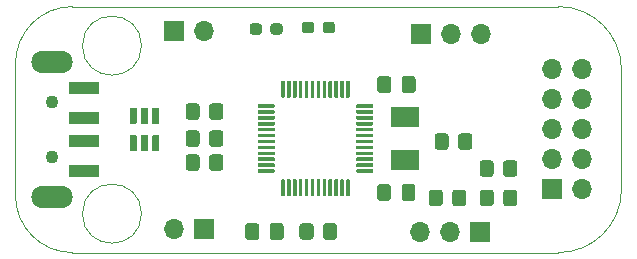
<source format=gts>
%TF.GenerationSoftware,KiCad,Pcbnew,5.1.10*%
%TF.CreationDate,2021-10-01T14:20:23+03:00*%
%TF.ProjectId,Magma_STLink,4d61676d-615f-4535-944c-696e6b2e6b69,rev?*%
%TF.SameCoordinates,Original*%
%TF.FileFunction,Soldermask,Top*%
%TF.FilePolarity,Negative*%
%FSLAX46Y46*%
G04 Gerber Fmt 4.6, Leading zero omitted, Abs format (unit mm)*
G04 Created by KiCad (PCBNEW 5.1.10) date 2021-10-01 14:20:23*
%MOMM*%
%LPD*%
G01*
G04 APERTURE LIST*
%TA.AperFunction,Profile*%
%ADD10C,0.120000*%
%TD*%
%TA.AperFunction,Profile*%
%ADD11C,0.050000*%
%TD*%
%ADD12C,1.100000*%
%ADD13O,3.500000X1.900000*%
%ADD14R,2.500000X1.100000*%
%ADD15R,2.400000X1.700000*%
%ADD16O,1.700000X1.700000*%
%ADD17R,1.700000X1.700000*%
G04 APERTURE END LIST*
D10*
X44958000Y-64526800D02*
G75*
G03*
X44958000Y-64526800I-2500000J0D01*
G01*
X44958000Y-50302800D02*
G75*
G03*
X44958000Y-50302800I-2500000J0D01*
G01*
D11*
X85598000Y-52324000D02*
X85598000Y-62484000D01*
X80264000Y-46990000D02*
G75*
G02*
X85598000Y-52324000I0J-5334000D01*
G01*
X85598000Y-62484000D02*
G75*
G02*
X80264000Y-67818000I-5334000J0D01*
G01*
X43180000Y-67818000D02*
X39116000Y-67818000D01*
X34290000Y-51816000D02*
X34290000Y-62992000D01*
X39116000Y-67818000D02*
G75*
G02*
X34290000Y-62992000I0J4826000D01*
G01*
X34290000Y-51816000D02*
G75*
G02*
X39116000Y-46990000I4826000J0D01*
G01*
X43180000Y-46990000D02*
X39116000Y-46990000D01*
X43180000Y-67818000D02*
X80264000Y-67818000D01*
X43180000Y-46990000D02*
X80264000Y-46990000D01*
D12*
%TO.C,J5*%
X37380000Y-55104000D03*
X37380000Y-59704000D03*
D13*
X37380000Y-51704000D03*
X37380000Y-63104000D03*
D14*
X40130000Y-53904000D03*
X40130000Y-60904000D03*
X40130000Y-56404000D03*
X40130000Y-58404000D03*
%TD*%
D15*
%TO.C,Y1*%
X67310000Y-56316000D03*
X67310000Y-60016000D03*
%TD*%
%TO.C,U2*%
G36*
G01*
X62590000Y-61666000D02*
X62590000Y-62991000D01*
G75*
G02*
X62515000Y-63066000I-75000J0D01*
G01*
X62365000Y-63066000D01*
G75*
G02*
X62290000Y-62991000I0J75000D01*
G01*
X62290000Y-61666000D01*
G75*
G02*
X62365000Y-61591000I75000J0D01*
G01*
X62515000Y-61591000D01*
G75*
G02*
X62590000Y-61666000I0J-75000D01*
G01*
G37*
G36*
G01*
X62090000Y-61666000D02*
X62090000Y-62991000D01*
G75*
G02*
X62015000Y-63066000I-75000J0D01*
G01*
X61865000Y-63066000D01*
G75*
G02*
X61790000Y-62991000I0J75000D01*
G01*
X61790000Y-61666000D01*
G75*
G02*
X61865000Y-61591000I75000J0D01*
G01*
X62015000Y-61591000D01*
G75*
G02*
X62090000Y-61666000I0J-75000D01*
G01*
G37*
G36*
G01*
X61590000Y-61666000D02*
X61590000Y-62991000D01*
G75*
G02*
X61515000Y-63066000I-75000J0D01*
G01*
X61365000Y-63066000D01*
G75*
G02*
X61290000Y-62991000I0J75000D01*
G01*
X61290000Y-61666000D01*
G75*
G02*
X61365000Y-61591000I75000J0D01*
G01*
X61515000Y-61591000D01*
G75*
G02*
X61590000Y-61666000I0J-75000D01*
G01*
G37*
G36*
G01*
X61090000Y-61666000D02*
X61090000Y-62991000D01*
G75*
G02*
X61015000Y-63066000I-75000J0D01*
G01*
X60865000Y-63066000D01*
G75*
G02*
X60790000Y-62991000I0J75000D01*
G01*
X60790000Y-61666000D01*
G75*
G02*
X60865000Y-61591000I75000J0D01*
G01*
X61015000Y-61591000D01*
G75*
G02*
X61090000Y-61666000I0J-75000D01*
G01*
G37*
G36*
G01*
X60590000Y-61666000D02*
X60590000Y-62991000D01*
G75*
G02*
X60515000Y-63066000I-75000J0D01*
G01*
X60365000Y-63066000D01*
G75*
G02*
X60290000Y-62991000I0J75000D01*
G01*
X60290000Y-61666000D01*
G75*
G02*
X60365000Y-61591000I75000J0D01*
G01*
X60515000Y-61591000D01*
G75*
G02*
X60590000Y-61666000I0J-75000D01*
G01*
G37*
G36*
G01*
X60090000Y-61666000D02*
X60090000Y-62991000D01*
G75*
G02*
X60015000Y-63066000I-75000J0D01*
G01*
X59865000Y-63066000D01*
G75*
G02*
X59790000Y-62991000I0J75000D01*
G01*
X59790000Y-61666000D01*
G75*
G02*
X59865000Y-61591000I75000J0D01*
G01*
X60015000Y-61591000D01*
G75*
G02*
X60090000Y-61666000I0J-75000D01*
G01*
G37*
G36*
G01*
X59590000Y-61666000D02*
X59590000Y-62991000D01*
G75*
G02*
X59515000Y-63066000I-75000J0D01*
G01*
X59365000Y-63066000D01*
G75*
G02*
X59290000Y-62991000I0J75000D01*
G01*
X59290000Y-61666000D01*
G75*
G02*
X59365000Y-61591000I75000J0D01*
G01*
X59515000Y-61591000D01*
G75*
G02*
X59590000Y-61666000I0J-75000D01*
G01*
G37*
G36*
G01*
X59090000Y-61666000D02*
X59090000Y-62991000D01*
G75*
G02*
X59015000Y-63066000I-75000J0D01*
G01*
X58865000Y-63066000D01*
G75*
G02*
X58790000Y-62991000I0J75000D01*
G01*
X58790000Y-61666000D01*
G75*
G02*
X58865000Y-61591000I75000J0D01*
G01*
X59015000Y-61591000D01*
G75*
G02*
X59090000Y-61666000I0J-75000D01*
G01*
G37*
G36*
G01*
X58590000Y-61666000D02*
X58590000Y-62991000D01*
G75*
G02*
X58515000Y-63066000I-75000J0D01*
G01*
X58365000Y-63066000D01*
G75*
G02*
X58290000Y-62991000I0J75000D01*
G01*
X58290000Y-61666000D01*
G75*
G02*
X58365000Y-61591000I75000J0D01*
G01*
X58515000Y-61591000D01*
G75*
G02*
X58590000Y-61666000I0J-75000D01*
G01*
G37*
G36*
G01*
X58090000Y-61666000D02*
X58090000Y-62991000D01*
G75*
G02*
X58015000Y-63066000I-75000J0D01*
G01*
X57865000Y-63066000D01*
G75*
G02*
X57790000Y-62991000I0J75000D01*
G01*
X57790000Y-61666000D01*
G75*
G02*
X57865000Y-61591000I75000J0D01*
G01*
X58015000Y-61591000D01*
G75*
G02*
X58090000Y-61666000I0J-75000D01*
G01*
G37*
G36*
G01*
X57590000Y-61666000D02*
X57590000Y-62991000D01*
G75*
G02*
X57515000Y-63066000I-75000J0D01*
G01*
X57365000Y-63066000D01*
G75*
G02*
X57290000Y-62991000I0J75000D01*
G01*
X57290000Y-61666000D01*
G75*
G02*
X57365000Y-61591000I75000J0D01*
G01*
X57515000Y-61591000D01*
G75*
G02*
X57590000Y-61666000I0J-75000D01*
G01*
G37*
G36*
G01*
X57090000Y-61666000D02*
X57090000Y-62991000D01*
G75*
G02*
X57015000Y-63066000I-75000J0D01*
G01*
X56865000Y-63066000D01*
G75*
G02*
X56790000Y-62991000I0J75000D01*
G01*
X56790000Y-61666000D01*
G75*
G02*
X56865000Y-61591000I75000J0D01*
G01*
X57015000Y-61591000D01*
G75*
G02*
X57090000Y-61666000I0J-75000D01*
G01*
G37*
G36*
G01*
X56265000Y-60841000D02*
X56265000Y-60991000D01*
G75*
G02*
X56190000Y-61066000I-75000J0D01*
G01*
X54865000Y-61066000D01*
G75*
G02*
X54790000Y-60991000I0J75000D01*
G01*
X54790000Y-60841000D01*
G75*
G02*
X54865000Y-60766000I75000J0D01*
G01*
X56190000Y-60766000D01*
G75*
G02*
X56265000Y-60841000I0J-75000D01*
G01*
G37*
G36*
G01*
X56265000Y-60341000D02*
X56265000Y-60491000D01*
G75*
G02*
X56190000Y-60566000I-75000J0D01*
G01*
X54865000Y-60566000D01*
G75*
G02*
X54790000Y-60491000I0J75000D01*
G01*
X54790000Y-60341000D01*
G75*
G02*
X54865000Y-60266000I75000J0D01*
G01*
X56190000Y-60266000D01*
G75*
G02*
X56265000Y-60341000I0J-75000D01*
G01*
G37*
G36*
G01*
X56265000Y-59841000D02*
X56265000Y-59991000D01*
G75*
G02*
X56190000Y-60066000I-75000J0D01*
G01*
X54865000Y-60066000D01*
G75*
G02*
X54790000Y-59991000I0J75000D01*
G01*
X54790000Y-59841000D01*
G75*
G02*
X54865000Y-59766000I75000J0D01*
G01*
X56190000Y-59766000D01*
G75*
G02*
X56265000Y-59841000I0J-75000D01*
G01*
G37*
G36*
G01*
X56265000Y-59341000D02*
X56265000Y-59491000D01*
G75*
G02*
X56190000Y-59566000I-75000J0D01*
G01*
X54865000Y-59566000D01*
G75*
G02*
X54790000Y-59491000I0J75000D01*
G01*
X54790000Y-59341000D01*
G75*
G02*
X54865000Y-59266000I75000J0D01*
G01*
X56190000Y-59266000D01*
G75*
G02*
X56265000Y-59341000I0J-75000D01*
G01*
G37*
G36*
G01*
X56265000Y-58841000D02*
X56265000Y-58991000D01*
G75*
G02*
X56190000Y-59066000I-75000J0D01*
G01*
X54865000Y-59066000D01*
G75*
G02*
X54790000Y-58991000I0J75000D01*
G01*
X54790000Y-58841000D01*
G75*
G02*
X54865000Y-58766000I75000J0D01*
G01*
X56190000Y-58766000D01*
G75*
G02*
X56265000Y-58841000I0J-75000D01*
G01*
G37*
G36*
G01*
X56265000Y-58341000D02*
X56265000Y-58491000D01*
G75*
G02*
X56190000Y-58566000I-75000J0D01*
G01*
X54865000Y-58566000D01*
G75*
G02*
X54790000Y-58491000I0J75000D01*
G01*
X54790000Y-58341000D01*
G75*
G02*
X54865000Y-58266000I75000J0D01*
G01*
X56190000Y-58266000D01*
G75*
G02*
X56265000Y-58341000I0J-75000D01*
G01*
G37*
G36*
G01*
X56265000Y-57841000D02*
X56265000Y-57991000D01*
G75*
G02*
X56190000Y-58066000I-75000J0D01*
G01*
X54865000Y-58066000D01*
G75*
G02*
X54790000Y-57991000I0J75000D01*
G01*
X54790000Y-57841000D01*
G75*
G02*
X54865000Y-57766000I75000J0D01*
G01*
X56190000Y-57766000D01*
G75*
G02*
X56265000Y-57841000I0J-75000D01*
G01*
G37*
G36*
G01*
X56265000Y-57341000D02*
X56265000Y-57491000D01*
G75*
G02*
X56190000Y-57566000I-75000J0D01*
G01*
X54865000Y-57566000D01*
G75*
G02*
X54790000Y-57491000I0J75000D01*
G01*
X54790000Y-57341000D01*
G75*
G02*
X54865000Y-57266000I75000J0D01*
G01*
X56190000Y-57266000D01*
G75*
G02*
X56265000Y-57341000I0J-75000D01*
G01*
G37*
G36*
G01*
X56265000Y-56841000D02*
X56265000Y-56991000D01*
G75*
G02*
X56190000Y-57066000I-75000J0D01*
G01*
X54865000Y-57066000D01*
G75*
G02*
X54790000Y-56991000I0J75000D01*
G01*
X54790000Y-56841000D01*
G75*
G02*
X54865000Y-56766000I75000J0D01*
G01*
X56190000Y-56766000D01*
G75*
G02*
X56265000Y-56841000I0J-75000D01*
G01*
G37*
G36*
G01*
X56265000Y-56341000D02*
X56265000Y-56491000D01*
G75*
G02*
X56190000Y-56566000I-75000J0D01*
G01*
X54865000Y-56566000D01*
G75*
G02*
X54790000Y-56491000I0J75000D01*
G01*
X54790000Y-56341000D01*
G75*
G02*
X54865000Y-56266000I75000J0D01*
G01*
X56190000Y-56266000D01*
G75*
G02*
X56265000Y-56341000I0J-75000D01*
G01*
G37*
G36*
G01*
X56265000Y-55841000D02*
X56265000Y-55991000D01*
G75*
G02*
X56190000Y-56066000I-75000J0D01*
G01*
X54865000Y-56066000D01*
G75*
G02*
X54790000Y-55991000I0J75000D01*
G01*
X54790000Y-55841000D01*
G75*
G02*
X54865000Y-55766000I75000J0D01*
G01*
X56190000Y-55766000D01*
G75*
G02*
X56265000Y-55841000I0J-75000D01*
G01*
G37*
G36*
G01*
X56265000Y-55341000D02*
X56265000Y-55491000D01*
G75*
G02*
X56190000Y-55566000I-75000J0D01*
G01*
X54865000Y-55566000D01*
G75*
G02*
X54790000Y-55491000I0J75000D01*
G01*
X54790000Y-55341000D01*
G75*
G02*
X54865000Y-55266000I75000J0D01*
G01*
X56190000Y-55266000D01*
G75*
G02*
X56265000Y-55341000I0J-75000D01*
G01*
G37*
G36*
G01*
X57090000Y-53341000D02*
X57090000Y-54666000D01*
G75*
G02*
X57015000Y-54741000I-75000J0D01*
G01*
X56865000Y-54741000D01*
G75*
G02*
X56790000Y-54666000I0J75000D01*
G01*
X56790000Y-53341000D01*
G75*
G02*
X56865000Y-53266000I75000J0D01*
G01*
X57015000Y-53266000D01*
G75*
G02*
X57090000Y-53341000I0J-75000D01*
G01*
G37*
G36*
G01*
X57590000Y-53341000D02*
X57590000Y-54666000D01*
G75*
G02*
X57515000Y-54741000I-75000J0D01*
G01*
X57365000Y-54741000D01*
G75*
G02*
X57290000Y-54666000I0J75000D01*
G01*
X57290000Y-53341000D01*
G75*
G02*
X57365000Y-53266000I75000J0D01*
G01*
X57515000Y-53266000D01*
G75*
G02*
X57590000Y-53341000I0J-75000D01*
G01*
G37*
G36*
G01*
X58090000Y-53341000D02*
X58090000Y-54666000D01*
G75*
G02*
X58015000Y-54741000I-75000J0D01*
G01*
X57865000Y-54741000D01*
G75*
G02*
X57790000Y-54666000I0J75000D01*
G01*
X57790000Y-53341000D01*
G75*
G02*
X57865000Y-53266000I75000J0D01*
G01*
X58015000Y-53266000D01*
G75*
G02*
X58090000Y-53341000I0J-75000D01*
G01*
G37*
G36*
G01*
X58590000Y-53341000D02*
X58590000Y-54666000D01*
G75*
G02*
X58515000Y-54741000I-75000J0D01*
G01*
X58365000Y-54741000D01*
G75*
G02*
X58290000Y-54666000I0J75000D01*
G01*
X58290000Y-53341000D01*
G75*
G02*
X58365000Y-53266000I75000J0D01*
G01*
X58515000Y-53266000D01*
G75*
G02*
X58590000Y-53341000I0J-75000D01*
G01*
G37*
G36*
G01*
X59090000Y-53341000D02*
X59090000Y-54666000D01*
G75*
G02*
X59015000Y-54741000I-75000J0D01*
G01*
X58865000Y-54741000D01*
G75*
G02*
X58790000Y-54666000I0J75000D01*
G01*
X58790000Y-53341000D01*
G75*
G02*
X58865000Y-53266000I75000J0D01*
G01*
X59015000Y-53266000D01*
G75*
G02*
X59090000Y-53341000I0J-75000D01*
G01*
G37*
G36*
G01*
X59590000Y-53341000D02*
X59590000Y-54666000D01*
G75*
G02*
X59515000Y-54741000I-75000J0D01*
G01*
X59365000Y-54741000D01*
G75*
G02*
X59290000Y-54666000I0J75000D01*
G01*
X59290000Y-53341000D01*
G75*
G02*
X59365000Y-53266000I75000J0D01*
G01*
X59515000Y-53266000D01*
G75*
G02*
X59590000Y-53341000I0J-75000D01*
G01*
G37*
G36*
G01*
X60090000Y-53341000D02*
X60090000Y-54666000D01*
G75*
G02*
X60015000Y-54741000I-75000J0D01*
G01*
X59865000Y-54741000D01*
G75*
G02*
X59790000Y-54666000I0J75000D01*
G01*
X59790000Y-53341000D01*
G75*
G02*
X59865000Y-53266000I75000J0D01*
G01*
X60015000Y-53266000D01*
G75*
G02*
X60090000Y-53341000I0J-75000D01*
G01*
G37*
G36*
G01*
X60590000Y-53341000D02*
X60590000Y-54666000D01*
G75*
G02*
X60515000Y-54741000I-75000J0D01*
G01*
X60365000Y-54741000D01*
G75*
G02*
X60290000Y-54666000I0J75000D01*
G01*
X60290000Y-53341000D01*
G75*
G02*
X60365000Y-53266000I75000J0D01*
G01*
X60515000Y-53266000D01*
G75*
G02*
X60590000Y-53341000I0J-75000D01*
G01*
G37*
G36*
G01*
X61090000Y-53341000D02*
X61090000Y-54666000D01*
G75*
G02*
X61015000Y-54741000I-75000J0D01*
G01*
X60865000Y-54741000D01*
G75*
G02*
X60790000Y-54666000I0J75000D01*
G01*
X60790000Y-53341000D01*
G75*
G02*
X60865000Y-53266000I75000J0D01*
G01*
X61015000Y-53266000D01*
G75*
G02*
X61090000Y-53341000I0J-75000D01*
G01*
G37*
G36*
G01*
X61590000Y-53341000D02*
X61590000Y-54666000D01*
G75*
G02*
X61515000Y-54741000I-75000J0D01*
G01*
X61365000Y-54741000D01*
G75*
G02*
X61290000Y-54666000I0J75000D01*
G01*
X61290000Y-53341000D01*
G75*
G02*
X61365000Y-53266000I75000J0D01*
G01*
X61515000Y-53266000D01*
G75*
G02*
X61590000Y-53341000I0J-75000D01*
G01*
G37*
G36*
G01*
X62090000Y-53341000D02*
X62090000Y-54666000D01*
G75*
G02*
X62015000Y-54741000I-75000J0D01*
G01*
X61865000Y-54741000D01*
G75*
G02*
X61790000Y-54666000I0J75000D01*
G01*
X61790000Y-53341000D01*
G75*
G02*
X61865000Y-53266000I75000J0D01*
G01*
X62015000Y-53266000D01*
G75*
G02*
X62090000Y-53341000I0J-75000D01*
G01*
G37*
G36*
G01*
X62590000Y-53341000D02*
X62590000Y-54666000D01*
G75*
G02*
X62515000Y-54741000I-75000J0D01*
G01*
X62365000Y-54741000D01*
G75*
G02*
X62290000Y-54666000I0J75000D01*
G01*
X62290000Y-53341000D01*
G75*
G02*
X62365000Y-53266000I75000J0D01*
G01*
X62515000Y-53266000D01*
G75*
G02*
X62590000Y-53341000I0J-75000D01*
G01*
G37*
G36*
G01*
X64590000Y-55341000D02*
X64590000Y-55491000D01*
G75*
G02*
X64515000Y-55566000I-75000J0D01*
G01*
X63190000Y-55566000D01*
G75*
G02*
X63115000Y-55491000I0J75000D01*
G01*
X63115000Y-55341000D01*
G75*
G02*
X63190000Y-55266000I75000J0D01*
G01*
X64515000Y-55266000D01*
G75*
G02*
X64590000Y-55341000I0J-75000D01*
G01*
G37*
G36*
G01*
X64590000Y-55841000D02*
X64590000Y-55991000D01*
G75*
G02*
X64515000Y-56066000I-75000J0D01*
G01*
X63190000Y-56066000D01*
G75*
G02*
X63115000Y-55991000I0J75000D01*
G01*
X63115000Y-55841000D01*
G75*
G02*
X63190000Y-55766000I75000J0D01*
G01*
X64515000Y-55766000D01*
G75*
G02*
X64590000Y-55841000I0J-75000D01*
G01*
G37*
G36*
G01*
X64590000Y-56341000D02*
X64590000Y-56491000D01*
G75*
G02*
X64515000Y-56566000I-75000J0D01*
G01*
X63190000Y-56566000D01*
G75*
G02*
X63115000Y-56491000I0J75000D01*
G01*
X63115000Y-56341000D01*
G75*
G02*
X63190000Y-56266000I75000J0D01*
G01*
X64515000Y-56266000D01*
G75*
G02*
X64590000Y-56341000I0J-75000D01*
G01*
G37*
G36*
G01*
X64590000Y-56841000D02*
X64590000Y-56991000D01*
G75*
G02*
X64515000Y-57066000I-75000J0D01*
G01*
X63190000Y-57066000D01*
G75*
G02*
X63115000Y-56991000I0J75000D01*
G01*
X63115000Y-56841000D01*
G75*
G02*
X63190000Y-56766000I75000J0D01*
G01*
X64515000Y-56766000D01*
G75*
G02*
X64590000Y-56841000I0J-75000D01*
G01*
G37*
G36*
G01*
X64590000Y-57341000D02*
X64590000Y-57491000D01*
G75*
G02*
X64515000Y-57566000I-75000J0D01*
G01*
X63190000Y-57566000D01*
G75*
G02*
X63115000Y-57491000I0J75000D01*
G01*
X63115000Y-57341000D01*
G75*
G02*
X63190000Y-57266000I75000J0D01*
G01*
X64515000Y-57266000D01*
G75*
G02*
X64590000Y-57341000I0J-75000D01*
G01*
G37*
G36*
G01*
X64590000Y-57841000D02*
X64590000Y-57991000D01*
G75*
G02*
X64515000Y-58066000I-75000J0D01*
G01*
X63190000Y-58066000D01*
G75*
G02*
X63115000Y-57991000I0J75000D01*
G01*
X63115000Y-57841000D01*
G75*
G02*
X63190000Y-57766000I75000J0D01*
G01*
X64515000Y-57766000D01*
G75*
G02*
X64590000Y-57841000I0J-75000D01*
G01*
G37*
G36*
G01*
X64590000Y-58341000D02*
X64590000Y-58491000D01*
G75*
G02*
X64515000Y-58566000I-75000J0D01*
G01*
X63190000Y-58566000D01*
G75*
G02*
X63115000Y-58491000I0J75000D01*
G01*
X63115000Y-58341000D01*
G75*
G02*
X63190000Y-58266000I75000J0D01*
G01*
X64515000Y-58266000D01*
G75*
G02*
X64590000Y-58341000I0J-75000D01*
G01*
G37*
G36*
G01*
X64590000Y-58841000D02*
X64590000Y-58991000D01*
G75*
G02*
X64515000Y-59066000I-75000J0D01*
G01*
X63190000Y-59066000D01*
G75*
G02*
X63115000Y-58991000I0J75000D01*
G01*
X63115000Y-58841000D01*
G75*
G02*
X63190000Y-58766000I75000J0D01*
G01*
X64515000Y-58766000D01*
G75*
G02*
X64590000Y-58841000I0J-75000D01*
G01*
G37*
G36*
G01*
X64590000Y-59341000D02*
X64590000Y-59491000D01*
G75*
G02*
X64515000Y-59566000I-75000J0D01*
G01*
X63190000Y-59566000D01*
G75*
G02*
X63115000Y-59491000I0J75000D01*
G01*
X63115000Y-59341000D01*
G75*
G02*
X63190000Y-59266000I75000J0D01*
G01*
X64515000Y-59266000D01*
G75*
G02*
X64590000Y-59341000I0J-75000D01*
G01*
G37*
G36*
G01*
X64590000Y-59841000D02*
X64590000Y-59991000D01*
G75*
G02*
X64515000Y-60066000I-75000J0D01*
G01*
X63190000Y-60066000D01*
G75*
G02*
X63115000Y-59991000I0J75000D01*
G01*
X63115000Y-59841000D01*
G75*
G02*
X63190000Y-59766000I75000J0D01*
G01*
X64515000Y-59766000D01*
G75*
G02*
X64590000Y-59841000I0J-75000D01*
G01*
G37*
G36*
G01*
X64590000Y-60341000D02*
X64590000Y-60491000D01*
G75*
G02*
X64515000Y-60566000I-75000J0D01*
G01*
X63190000Y-60566000D01*
G75*
G02*
X63115000Y-60491000I0J75000D01*
G01*
X63115000Y-60341000D01*
G75*
G02*
X63190000Y-60266000I75000J0D01*
G01*
X64515000Y-60266000D01*
G75*
G02*
X64590000Y-60341000I0J-75000D01*
G01*
G37*
G36*
G01*
X64590000Y-60841000D02*
X64590000Y-60991000D01*
G75*
G02*
X64515000Y-61066000I-75000J0D01*
G01*
X63190000Y-61066000D01*
G75*
G02*
X63115000Y-60991000I0J75000D01*
G01*
X63115000Y-60841000D01*
G75*
G02*
X63190000Y-60766000I75000J0D01*
G01*
X64515000Y-60766000D01*
G75*
G02*
X64590000Y-60841000I0J-75000D01*
G01*
G37*
%TD*%
D16*
%TO.C,STLINK_CONN1*%
X82296000Y-52294000D03*
X79756000Y-52294000D03*
X82296000Y-54834000D03*
X79756000Y-54834000D03*
X82296000Y-57374000D03*
X79756000Y-57374000D03*
X82296000Y-59914000D03*
X79756000Y-59914000D03*
X82296000Y-62454000D03*
D17*
X79756000Y-62454000D03*
%TD*%
%TO.C,R13*%
G36*
G01*
X49892000Y-55429999D02*
X49892000Y-56330001D01*
G75*
G02*
X49642001Y-56580000I-249999J0D01*
G01*
X48941999Y-56580000D01*
G75*
G02*
X48692000Y-56330001I0J249999D01*
G01*
X48692000Y-55429999D01*
G75*
G02*
X48941999Y-55180000I249999J0D01*
G01*
X49642001Y-55180000D01*
G75*
G02*
X49892000Y-55429999I0J-249999D01*
G01*
G37*
G36*
G01*
X51892000Y-55429999D02*
X51892000Y-56330001D01*
G75*
G02*
X51642001Y-56580000I-249999J0D01*
G01*
X50941999Y-56580000D01*
G75*
G02*
X50692000Y-56330001I0J249999D01*
G01*
X50692000Y-55429999D01*
G75*
G02*
X50941999Y-55180000I249999J0D01*
G01*
X51642001Y-55180000D01*
G75*
G02*
X51892000Y-55429999I0J-249999D01*
G01*
G37*
%TD*%
%TO.C,R10*%
G36*
G01*
X49892000Y-59747999D02*
X49892000Y-60648001D01*
G75*
G02*
X49642001Y-60898000I-249999J0D01*
G01*
X48941999Y-60898000D01*
G75*
G02*
X48692000Y-60648001I0J249999D01*
G01*
X48692000Y-59747999D01*
G75*
G02*
X48941999Y-59498000I249999J0D01*
G01*
X49642001Y-59498000D01*
G75*
G02*
X49892000Y-59747999I0J-249999D01*
G01*
G37*
G36*
G01*
X51892000Y-59747999D02*
X51892000Y-60648001D01*
G75*
G02*
X51642001Y-60898000I-249999J0D01*
G01*
X50941999Y-60898000D01*
G75*
G02*
X50692000Y-60648001I0J249999D01*
G01*
X50692000Y-59747999D01*
G75*
G02*
X50941999Y-59498000I249999J0D01*
G01*
X51642001Y-59498000D01*
G75*
G02*
X51892000Y-59747999I0J-249999D01*
G01*
G37*
%TD*%
%TO.C,R9*%
G36*
G01*
X49892000Y-57715999D02*
X49892000Y-58616001D01*
G75*
G02*
X49642001Y-58866000I-249999J0D01*
G01*
X48941999Y-58866000D01*
G75*
G02*
X48692000Y-58616001I0J249999D01*
G01*
X48692000Y-57715999D01*
G75*
G02*
X48941999Y-57466000I249999J0D01*
G01*
X49642001Y-57466000D01*
G75*
G02*
X49892000Y-57715999I0J-249999D01*
G01*
G37*
G36*
G01*
X51892000Y-57715999D02*
X51892000Y-58616001D01*
G75*
G02*
X51642001Y-58866000I-249999J0D01*
G01*
X50941999Y-58866000D01*
G75*
G02*
X50692000Y-58616001I0J249999D01*
G01*
X50692000Y-57715999D01*
G75*
G02*
X50941999Y-57466000I249999J0D01*
G01*
X51642001Y-57466000D01*
G75*
G02*
X51892000Y-57715999I0J-249999D01*
G01*
G37*
%TD*%
%TO.C,R8*%
G36*
G01*
X75584000Y-63645201D02*
X75584000Y-62745199D01*
G75*
G02*
X75833999Y-62495200I249999J0D01*
G01*
X76534001Y-62495200D01*
G75*
G02*
X76784000Y-62745199I0J-249999D01*
G01*
X76784000Y-63645201D01*
G75*
G02*
X76534001Y-63895200I-249999J0D01*
G01*
X75833999Y-63895200D01*
G75*
G02*
X75584000Y-63645201I0J249999D01*
G01*
G37*
G36*
G01*
X73584000Y-63645201D02*
X73584000Y-62745199D01*
G75*
G02*
X73833999Y-62495200I249999J0D01*
G01*
X74534001Y-62495200D01*
G75*
G02*
X74784000Y-62745199I0J-249999D01*
G01*
X74784000Y-63645201D01*
G75*
G02*
X74534001Y-63895200I-249999J0D01*
G01*
X73833999Y-63895200D01*
G75*
G02*
X73584000Y-63645201I0J249999D01*
G01*
G37*
%TD*%
%TO.C,R7*%
G36*
G01*
X75584000Y-61156001D02*
X75584000Y-60255999D01*
G75*
G02*
X75833999Y-60006000I249999J0D01*
G01*
X76534001Y-60006000D01*
G75*
G02*
X76784000Y-60255999I0J-249999D01*
G01*
X76784000Y-61156001D01*
G75*
G02*
X76534001Y-61406000I-249999J0D01*
G01*
X75833999Y-61406000D01*
G75*
G02*
X75584000Y-61156001I0J249999D01*
G01*
G37*
G36*
G01*
X73584000Y-61156001D02*
X73584000Y-60255999D01*
G75*
G02*
X73833999Y-60006000I249999J0D01*
G01*
X74534001Y-60006000D01*
G75*
G02*
X74784000Y-60255999I0J-249999D01*
G01*
X74784000Y-61156001D01*
G75*
G02*
X74534001Y-61406000I-249999J0D01*
G01*
X73833999Y-61406000D01*
G75*
G02*
X73584000Y-61156001I0J249999D01*
G01*
G37*
%TD*%
%TO.C,R4*%
G36*
G01*
X71774000Y-58870001D02*
X71774000Y-57969999D01*
G75*
G02*
X72023999Y-57720000I249999J0D01*
G01*
X72724001Y-57720000D01*
G75*
G02*
X72974000Y-57969999I0J-249999D01*
G01*
X72974000Y-58870001D01*
G75*
G02*
X72724001Y-59120000I-249999J0D01*
G01*
X72023999Y-59120000D01*
G75*
G02*
X71774000Y-58870001I0J249999D01*
G01*
G37*
G36*
G01*
X69774000Y-58870001D02*
X69774000Y-57969999D01*
G75*
G02*
X70023999Y-57720000I249999J0D01*
G01*
X70724001Y-57720000D01*
G75*
G02*
X70974000Y-57969999I0J-249999D01*
G01*
X70974000Y-58870001D01*
G75*
G02*
X70724001Y-59120000I-249999J0D01*
G01*
X70023999Y-59120000D01*
G75*
G02*
X69774000Y-58870001I0J249999D01*
G01*
G37*
%TD*%
%TO.C,R3*%
G36*
G01*
X59528000Y-65589999D02*
X59528000Y-66490001D01*
G75*
G02*
X59278001Y-66740000I-249999J0D01*
G01*
X58577999Y-66740000D01*
G75*
G02*
X58328000Y-66490001I0J249999D01*
G01*
X58328000Y-65589999D01*
G75*
G02*
X58577999Y-65340000I249999J0D01*
G01*
X59278001Y-65340000D01*
G75*
G02*
X59528000Y-65589999I0J-249999D01*
G01*
G37*
G36*
G01*
X61528000Y-65589999D02*
X61528000Y-66490001D01*
G75*
G02*
X61278001Y-66740000I-249999J0D01*
G01*
X60577999Y-66740000D01*
G75*
G02*
X60328000Y-66490001I0J249999D01*
G01*
X60328000Y-65589999D01*
G75*
G02*
X60577999Y-65340000I249999J0D01*
G01*
X61278001Y-65340000D01*
G75*
G02*
X61528000Y-65589999I0J-249999D01*
G01*
G37*
%TD*%
%TO.C,R1*%
G36*
G01*
X70466000Y-62745199D02*
X70466000Y-63645201D01*
G75*
G02*
X70216001Y-63895200I-249999J0D01*
G01*
X69515999Y-63895200D01*
G75*
G02*
X69266000Y-63645201I0J249999D01*
G01*
X69266000Y-62745199D01*
G75*
G02*
X69515999Y-62495200I249999J0D01*
G01*
X70216001Y-62495200D01*
G75*
G02*
X70466000Y-62745199I0J-249999D01*
G01*
G37*
G36*
G01*
X72466000Y-62745199D02*
X72466000Y-63645201D01*
G75*
G02*
X72216001Y-63895200I-249999J0D01*
G01*
X71515999Y-63895200D01*
G75*
G02*
X71266000Y-63645201I0J249999D01*
G01*
X71266000Y-62745199D01*
G75*
G02*
X71515999Y-62495200I249999J0D01*
G01*
X72216001Y-62495200D01*
G75*
G02*
X72466000Y-62745199I0J-249999D01*
G01*
G37*
%TD*%
D16*
%TO.C,J4*%
X47752000Y-65786000D03*
D17*
X50292000Y-65786000D03*
%TD*%
D16*
%TO.C,J3*%
X50282000Y-49022000D03*
D17*
X47742000Y-49022000D03*
%TD*%
D16*
%TO.C,J2*%
X73690000Y-49276000D03*
X71150000Y-49276000D03*
D17*
X68610000Y-49276000D03*
%TD*%
D16*
%TO.C,J1*%
X68580000Y-66040000D03*
X71120000Y-66040000D03*
D17*
X73660000Y-66040000D03*
%TD*%
%TO.C,D7*%
G36*
G01*
X45904000Y-57899000D02*
X46420000Y-57899000D01*
G75*
G02*
X46462000Y-57941000I0J-42000D01*
G01*
X46462000Y-59217000D01*
G75*
G02*
X46420000Y-59259000I-42000J0D01*
G01*
X45904000Y-59259000D01*
G75*
G02*
X45862000Y-59217000I0J42000D01*
G01*
X45862000Y-57941000D01*
G75*
G02*
X45904000Y-57899000I42000J0D01*
G01*
G37*
G36*
G01*
X44954000Y-57899000D02*
X45470000Y-57899000D01*
G75*
G02*
X45512000Y-57941000I0J-42000D01*
G01*
X45512000Y-59217000D01*
G75*
G02*
X45470000Y-59259000I-42000J0D01*
G01*
X44954000Y-59259000D01*
G75*
G02*
X44912000Y-59217000I0J42000D01*
G01*
X44912000Y-57941000D01*
G75*
G02*
X44954000Y-57899000I42000J0D01*
G01*
G37*
G36*
G01*
X44004000Y-57899000D02*
X44520000Y-57899000D01*
G75*
G02*
X44562000Y-57941000I0J-42000D01*
G01*
X44562000Y-59217000D01*
G75*
G02*
X44520000Y-59259000I-42000J0D01*
G01*
X44004000Y-59259000D01*
G75*
G02*
X43962000Y-59217000I0J42000D01*
G01*
X43962000Y-57941000D01*
G75*
G02*
X44004000Y-57899000I42000J0D01*
G01*
G37*
G36*
G01*
X44004000Y-55549000D02*
X44520000Y-55549000D01*
G75*
G02*
X44562000Y-55591000I0J-42000D01*
G01*
X44562000Y-56867000D01*
G75*
G02*
X44520000Y-56909000I-42000J0D01*
G01*
X44004000Y-56909000D01*
G75*
G02*
X43962000Y-56867000I0J42000D01*
G01*
X43962000Y-55591000D01*
G75*
G02*
X44004000Y-55549000I42000J0D01*
G01*
G37*
G36*
G01*
X44954000Y-55549000D02*
X45470000Y-55549000D01*
G75*
G02*
X45512000Y-55591000I0J-42000D01*
G01*
X45512000Y-56867000D01*
G75*
G02*
X45470000Y-56909000I-42000J0D01*
G01*
X44954000Y-56909000D01*
G75*
G02*
X44912000Y-56867000I0J42000D01*
G01*
X44912000Y-55591000D01*
G75*
G02*
X44954000Y-55549000I42000J0D01*
G01*
G37*
G36*
G01*
X45904000Y-55549000D02*
X46420000Y-55549000D01*
G75*
G02*
X46462000Y-55591000I0J-42000D01*
G01*
X46462000Y-56867000D01*
G75*
G02*
X46420000Y-56909000I-42000J0D01*
G01*
X45904000Y-56909000D01*
G75*
G02*
X45862000Y-56867000I0J42000D01*
G01*
X45862000Y-55591000D01*
G75*
G02*
X45904000Y-55549000I42000J0D01*
G01*
G37*
%TD*%
%TO.C,D6*%
G36*
G01*
X59594000Y-48530500D02*
X59594000Y-49005500D01*
G75*
G02*
X59356500Y-49243000I-237500J0D01*
G01*
X58781500Y-49243000D01*
G75*
G02*
X58544000Y-49005500I0J237500D01*
G01*
X58544000Y-48530500D01*
G75*
G02*
X58781500Y-48293000I237500J0D01*
G01*
X59356500Y-48293000D01*
G75*
G02*
X59594000Y-48530500I0J-237500D01*
G01*
G37*
G36*
G01*
X61344000Y-48530500D02*
X61344000Y-49005500D01*
G75*
G02*
X61106500Y-49243000I-237500J0D01*
G01*
X60531500Y-49243000D01*
G75*
G02*
X60294000Y-49005500I0J237500D01*
G01*
X60294000Y-48530500D01*
G75*
G02*
X60531500Y-48293000I237500J0D01*
G01*
X61106500Y-48293000D01*
G75*
G02*
X61344000Y-48530500I0J-237500D01*
G01*
G37*
%TD*%
%TO.C,D5*%
G36*
G01*
X55863000Y-49132500D02*
X55863000Y-48657500D01*
G75*
G02*
X56100500Y-48420000I237500J0D01*
G01*
X56675500Y-48420000D01*
G75*
G02*
X56913000Y-48657500I0J-237500D01*
G01*
X56913000Y-49132500D01*
G75*
G02*
X56675500Y-49370000I-237500J0D01*
G01*
X56100500Y-49370000D01*
G75*
G02*
X55863000Y-49132500I0J237500D01*
G01*
G37*
G36*
G01*
X54113000Y-49132500D02*
X54113000Y-48657500D01*
G75*
G02*
X54350500Y-48420000I237500J0D01*
G01*
X54925500Y-48420000D01*
G75*
G02*
X55163000Y-48657500I0J-237500D01*
G01*
X55163000Y-49132500D01*
G75*
G02*
X54925500Y-49370000I-237500J0D01*
G01*
X54350500Y-49370000D01*
G75*
G02*
X54113000Y-49132500I0J237500D01*
G01*
G37*
%TD*%
%TO.C,C7*%
G36*
G01*
X54922000Y-65565000D02*
X54922000Y-66515000D01*
G75*
G02*
X54672000Y-66765000I-250000J0D01*
G01*
X53997000Y-66765000D01*
G75*
G02*
X53747000Y-66515000I0J250000D01*
G01*
X53747000Y-65565000D01*
G75*
G02*
X53997000Y-65315000I250000J0D01*
G01*
X54672000Y-65315000D01*
G75*
G02*
X54922000Y-65565000I0J-250000D01*
G01*
G37*
G36*
G01*
X56997000Y-65565000D02*
X56997000Y-66515000D01*
G75*
G02*
X56747000Y-66765000I-250000J0D01*
G01*
X56072000Y-66765000D01*
G75*
G02*
X55822000Y-66515000I0J250000D01*
G01*
X55822000Y-65565000D01*
G75*
G02*
X56072000Y-65315000I250000J0D01*
G01*
X56747000Y-65315000D01*
G75*
G02*
X56997000Y-65565000I0J-250000D01*
G01*
G37*
%TD*%
%TO.C,C4*%
G36*
G01*
X66998000Y-54069000D02*
X66998000Y-53119000D01*
G75*
G02*
X67248000Y-52869000I250000J0D01*
G01*
X67923000Y-52869000D01*
G75*
G02*
X68173000Y-53119000I0J-250000D01*
G01*
X68173000Y-54069000D01*
G75*
G02*
X67923000Y-54319000I-250000J0D01*
G01*
X67248000Y-54319000D01*
G75*
G02*
X66998000Y-54069000I0J250000D01*
G01*
G37*
G36*
G01*
X64923000Y-54069000D02*
X64923000Y-53119000D01*
G75*
G02*
X65173000Y-52869000I250000J0D01*
G01*
X65848000Y-52869000D01*
G75*
G02*
X66098000Y-53119000I0J-250000D01*
G01*
X66098000Y-54069000D01*
G75*
G02*
X65848000Y-54319000I-250000J0D01*
G01*
X65173000Y-54319000D01*
G75*
G02*
X64923000Y-54069000I0J250000D01*
G01*
G37*
%TD*%
%TO.C,C1*%
G36*
G01*
X66976500Y-63213000D02*
X66976500Y-62263000D01*
G75*
G02*
X67226500Y-62013000I250000J0D01*
G01*
X67901500Y-62013000D01*
G75*
G02*
X68151500Y-62263000I0J-250000D01*
G01*
X68151500Y-63213000D01*
G75*
G02*
X67901500Y-63463000I-250000J0D01*
G01*
X67226500Y-63463000D01*
G75*
G02*
X66976500Y-63213000I0J250000D01*
G01*
G37*
G36*
G01*
X64901500Y-63213000D02*
X64901500Y-62263000D01*
G75*
G02*
X65151500Y-62013000I250000J0D01*
G01*
X65826500Y-62013000D01*
G75*
G02*
X66076500Y-62263000I0J-250000D01*
G01*
X66076500Y-63213000D01*
G75*
G02*
X65826500Y-63463000I-250000J0D01*
G01*
X65151500Y-63463000D01*
G75*
G02*
X64901500Y-63213000I0J250000D01*
G01*
G37*
%TD*%
M02*

</source>
